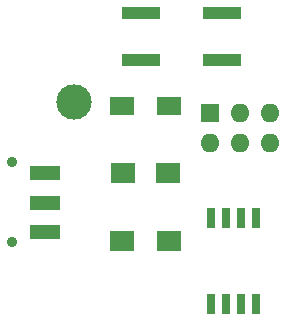
<source format=gts>
G04 #@! TF.FileFunction,Soldermask,Top*
%FSLAX46Y46*%
G04 Gerber Fmt 4.6, Leading zero omitted, Abs format (unit mm)*
G04 Created by KiCad (PCBNEW 4.0.7) date 01/30/18 20:10:09*
%MOMM*%
%LPD*%
G01*
G04 APERTURE LIST*
%ADD10C,0.100000*%
%ADD11O,1.600000X1.600000*%
%ADD12R,1.600000X1.600000*%
%ADD13R,3.200000X1.000000*%
%ADD14C,0.900000*%
%ADD15R,2.500000X1.200000*%
%ADD16R,0.650000X1.700000*%
%ADD17R,2.000000X1.800860*%
%ADD18C,3.000000*%
%ADD19R,2.000000X1.600000*%
%ADD20R,2.000000X1.700000*%
G04 APERTURE END LIST*
D10*
D11*
X211820000Y-88250000D03*
D12*
X211820000Y-85710000D03*
D11*
X214360000Y-88250000D03*
X214360000Y-85710000D03*
X216900000Y-88250000D03*
X216900000Y-85710000D03*
D13*
X206020000Y-77250000D03*
X206020000Y-81250000D03*
X212820000Y-81250000D03*
X212820000Y-77250000D03*
D14*
X195070000Y-96650000D03*
D15*
X197820000Y-90750000D03*
X197820000Y-93290000D03*
X197820000Y-95750000D03*
D14*
X195070000Y-89850000D03*
D16*
X211915000Y-101900000D03*
X213185000Y-101900000D03*
X214455000Y-101900000D03*
X215725000Y-101900000D03*
X215725000Y-94600000D03*
X214455000Y-94600000D03*
X213185000Y-94600000D03*
X211915000Y-94600000D03*
D17*
X208280000Y-90805000D03*
X204470000Y-90805000D03*
D18*
X200320000Y-84750000D03*
D19*
X208375000Y-85090000D03*
X204375000Y-85090000D03*
D20*
X204375000Y-96520000D03*
X208375000Y-96520000D03*
M02*

</source>
